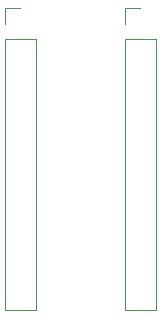
<source format=gbr>
%TF.GenerationSoftware,KiCad,Pcbnew,8.0.5*%
%TF.CreationDate,2024-11-20T10:52:19+05:30*%
%TF.ProjectId,MCUs,4d435573-2e6b-4696-9361-645f70636258,rev?*%
%TF.SameCoordinates,Original*%
%TF.FileFunction,Legend,Bot*%
%TF.FilePolarity,Positive*%
%FSLAX46Y46*%
G04 Gerber Fmt 4.6, Leading zero omitted, Abs format (unit mm)*
G04 Created by KiCad (PCBNEW 8.0.5) date 2024-11-20 10:52:19*
%MOMM*%
%LPD*%
G01*
G04 APERTURE LIST*
%ADD10C,0.120000*%
%ADD11R,1.700000X1.700000*%
%ADD12O,1.700000X1.700000*%
G04 APERTURE END LIST*
D10*
%TO.C,J2*%
X52130000Y-64195000D02*
X52130000Y-41275000D01*
X49470000Y-41275000D02*
X52130000Y-41275000D01*
X49470000Y-64195000D02*
X52130000Y-64195000D01*
X49470000Y-38675000D02*
X50800000Y-38675000D01*
X49470000Y-40005000D02*
X49470000Y-38675000D01*
X49470000Y-64195000D02*
X49470000Y-41275000D01*
%TO.C,J1*%
X41970000Y-64195000D02*
X41970000Y-41275000D01*
X39310000Y-41275000D02*
X41970000Y-41275000D01*
X39310000Y-64195000D02*
X41970000Y-64195000D01*
X39310000Y-38675000D02*
X40640000Y-38675000D01*
X39310000Y-40005000D02*
X39310000Y-38675000D01*
X39310000Y-64195000D02*
X39310000Y-41275000D01*
%TD*%
%LPC*%
D11*
%TO.C,J2*%
X50800000Y-40005000D03*
D12*
X50800000Y-42545000D03*
X50800000Y-45085000D03*
X50800000Y-47625000D03*
X50800000Y-50165000D03*
X50800000Y-52705000D03*
X50800000Y-55245000D03*
X50800000Y-57785000D03*
X50800000Y-60325000D03*
X50800000Y-62865000D03*
%TD*%
D11*
%TO.C,J1*%
X40640000Y-40005000D03*
D12*
X40640000Y-42545000D03*
X40640000Y-45085000D03*
X40640000Y-47625000D03*
X40640000Y-50165000D03*
X40640000Y-52705000D03*
X40640000Y-55245000D03*
X40640000Y-57785000D03*
X40640000Y-60325000D03*
X40640000Y-62865000D03*
%TD*%
%LPD*%
M02*

</source>
